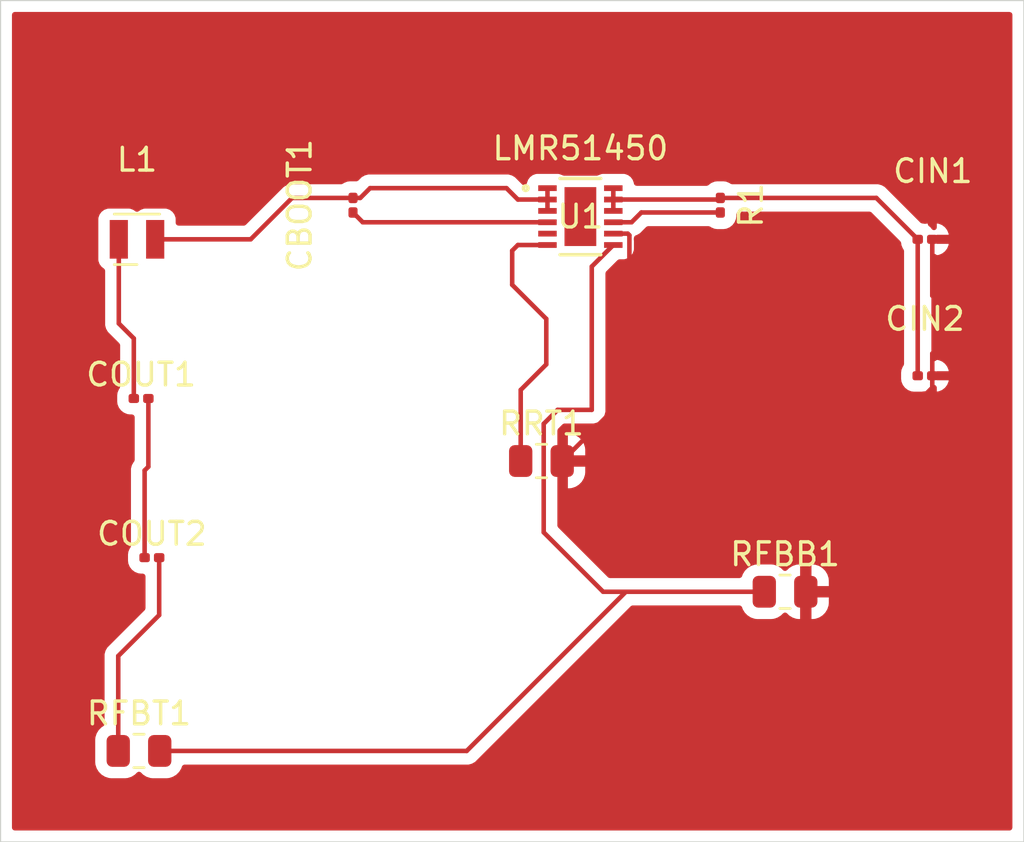
<source format=kicad_pcb>
(kicad_pcb (version 20241229) (generator "pcbnew") (generator_version "9.0")
  (layers (0 "F.Cu" signal) (2 "B.Cu" signal) (13 "F.Paste" user) (15 "B.Paste" user) (5 "F.SilkS" user "F.Silkscreen") (7 "B.SilkS" user "B.Silkscreen") (1 "F.Mask" user) (3 "B.Mask" user) (25 "Edge.Cuts" user))
  (net 0 "")
  (net 1 "/SW")
  (net 2 "Net-(U1-BOOT)")
  (net 3 "+12V")
  (net 4 "GND")
  (net 5 "/VOUT")
  (net 6 "Net-(COUT1-Pad2)")
  (net 7 "Net-(COUT2-Pad2)")
  (net 8 "/EN")
  (net 9 "/FB")
  (net 10 "/RT")
  (footprint "Capacitor_SMD:C_0201_0603Metric" (layer "F.Cu") (at 140.155 105 180)
    (property "Reference" "CIN2" (at 0 2.5 0) (layer "F.SilkS"))
    (property "Value" "0.1u")
    (pad "1" smd roundrect (at -0.32 0 180) (size 0.46 0.4) (layers "F.Cu" "F.Mask") (net 4 "GND"))
    (pad "2" smd roundrect (at 0.32 0 180) (size 0.46 0.4) (layers "F.Cu" "F.Mask") (net 3 "+12V"))
  )
  (footprint "Resistor_SMD:R_0805_2012Metric" (layer "F.Cu") (at 105.5875 121.5)
    (property "Reference" "RFBT1" (at 0 -1.65 0) (layer "F.SilkS"))
    (property "Value" "82k")
    (fp_line (start -0.227064 -0.735) (end 0.227064 -0.735) (stroke (width 0.12)) (layer "F.SilkS"))
    (fp_line (start -0.227064 0.735) (end 0.227064 0.735) (stroke (width 0.12)) (layer "F.SilkS"))
    (pad "1" smd roundrect (at -0.9125 0) (size 1.025 1.4) (layers "F.Cu" "F.Mask" "F.Paste") (roundrect_rratio 0.243902) (net 7 "Net-(COUT2-Pad2)"))
    (pad "2" smd roundrect (at 0.9125 0) (size 1.025 1.4) (layers "F.Cu" "F.Mask" "F.Paste") (roundrect_rratio 0.243902) (net 9 "/FB"))
  )
  (footprint "Capacitor_SMD:C_0201_0603Metric" (layer "F.Cu") (at 105.68 106)
    (property "Reference" "COUT1" (at 0 -1.05 0) (layer "F.SilkS"))
    (property "Value" "220u")
    (pad "1" smd roundrect (at -0.32 0) (size 0.46 0.4) (layers "F.Cu" "F.Mask") (net 5 "/VOUT"))
    (pad "2" smd roundrect (at 0.32 0) (size 0.46 0.4) (layers "F.Cu" "F.Mask") (net 6 "Net-(COUT1-Pad2)"))
  )
  (footprint "Inductor_SMD_Wurth:L_Wurth_WE-LQSH-2010" (layer "F.Cu") (at 105.5 99 180)
    (property "Reference" "L1" (at 0 3.5 0) (layer "F.SilkS"))
    (property "Value" "4.7")
    (fp_line (start 0 -1.11) (end 1 -1.11) (stroke (width 0.12)) (layer "F.SilkS"))
    (fp_line (start -1 1.11) (end 1 1.11) (stroke (width 0.12)) (layer "F.SilkS"))
    (pad "1" smd rect (at -0.8 0 180) (size 0.8 1.7) (layers "F.Cu" "F.Mask" "F.Paste") (net 1 "/SW"))
    (pad "2" smd rect (at 0.8 0 180) (size 0.8 1.7) (layers "F.Cu" "F.Mask" "F.Paste") (net 5 "/VOUT"))
  )
  (footprint "Resistor_SMD:R_0805_2012Metric" (layer "F.Cu") (at 134 114.5)
    (property "Reference" "RFBB1" (at 0 -1.65 0) (layer "F.SilkS"))
    (property "Value" "10k")
    (fp_line (start -0.227064 -0.735) (end 0.227064 -0.735) (stroke (width 0.12)) (layer "F.SilkS"))
    (fp_line (start -0.227064 0.735) (end 0.227064 0.735) (stroke (width 0.12)) (layer "F.SilkS"))
    (pad "1" smd roundrect (at -0.9125 0) (size 1.025 1.4) (layers "F.Cu" "F.Mask" "F.Paste") (roundrect_rratio 0.243902) (net 9 "/FB"))
    (pad "2" smd roundrect (at 0.9125 0) (size 1.025 1.4) (layers "F.Cu" "F.Mask" "F.Paste") (roundrect_rratio 0.243902) (net 4 "GND"))
  )
  (footprint "Capacitor_SMD:C_0201_0603Metric" (layer "F.Cu") (at 115 97.5 -90)
    (property "Reference" "CBOOT1" (at 0 2.345 90) (layer "F.SilkS"))
    (property "Value" "0.1u")
    (pad "1" smd roundrect (at -0.32 0 270) (size 0.46 0.4) (layers "F.Cu" "F.Mask") (net 1 "/SW"))
    (pad "2" smd roundrect (at 0.32 0 270) (size 0.46 0.4) (layers "F.Cu" "F.Mask") (net 2 "Net-(U1-BOOT)"))
  )
  (footprint "Resistor_SMD:R_0805_2012Metric" (layer "F.Cu") (at 123.2875 108.75)
    (property "Reference" "RRT1" (at 0 -1.65 0) (layer "F.SilkS"))
    (property "Value" "39.2k")
    (fp_line (start -0.227064 -0.735) (end 0.227064 -0.735) (stroke (width 0.12)) (layer "F.SilkS"))
    (fp_line (start -0.227064 0.735) (end 0.227064 0.735) (stroke (width 0.12)) (layer "F.SilkS"))
    (pad "1" smd roundrect (at -0.9125 0) (size 1.025 1.4) (layers "F.Cu" "F.Mask" "F.Paste") (roundrect_rratio 0.243902) (net 10 "/RT"))
    (pad "2" smd roundrect (at 0.9125 0) (size 1.025 1.4) (layers "F.Cu" "F.Mask" "F.Paste") (roundrect_rratio 0.243902) (net 4 "GND"))
  )
  (footprint "Resistor_SMD:R_0201_0603Metric" (layer "F.Cu") (at 131.155 97.5 -90)
    (property "Reference" "R1" (at 0 -1.345 90) (layer "F.SilkS"))
    (property "Value" "100k")
    (pad "1" smd roundrect (at -0.32 0 270) (size 0.46 0.4) (layers "F.Cu" "F.Mask") (net 3 "+12V"))
    (pad "2" smd roundrect (at 0.32 0 270) (size 0.46 0.4) (layers "F.Cu" "F.Mask") (net 8 "/EN"))
  )
  (footprint "LMR51450_Footprints:LMR51450SDRRR" (layer "F.Cu") (at 125 98)
    (property "Reference" "U1" (at 0 0 0) (layer "F.SilkS"))
    (property "Value" "LMR51450" (at 0 -3 0) (layer "F.SilkS"))
    (fp_line (start -0.895578 1.6764) (end 0.895578 1.6764) (stroke (width 0.1524)) (layer "F.SilkS"))
    (fp_line (start 0.895578 -1.6764) (end -0.895578 -1.6764) (stroke (width 0.1524)) (layer "F.SilkS"))
    (fp_circle (center -2.405126 -1.250315) (end -2.303526 -1.250315) (stroke (width 0.1524)) (fill no) (layer "F.SilkS"))
    (pad "1" smd rect (at -1.4478 -1.250315) (size 0.8128 0.254) (layers "F.Cu" "F.Mask" "F.Paste") (net 1 "/SW"))
    (pad "2" smd rect (at -1.4478 -0.750189) (size 0.8128 0.254) (layers "F.Cu" "F.Mask" "F.Paste") (net 1 "/SW"))
    (pad "3" smd rect (at -1.4478 -0.250063) (size 0.8128 0.254) (layers "F.Cu" "F.Mask" "F.Paste") (net 1 "/SW"))
    (pad "4" smd rect (at -1.4478 0.250063) (size 0.8128 0.254) (layers "F.Cu" "F.Mask" "F.Paste") (net 2 "Net-(U1-BOOT)"))
    (pad "5" smd rect (at -1.4478 0.750189) (size 0.8128 0.254) (layers "F.Cu" "F.Mask" "F.Paste"))
    (pad "6" smd rect (at -1.4478 1.250315) (size 0.8128 0.254) (layers "F.Cu" "F.Mask" "F.Paste") (net 10 "/RT"))
    (pad "7" smd rect (at 1.4478 1.250315) (size 0.8128 0.254) (layers "F.Cu" "F.Mask" "F.Paste") (net 9 "/FB"))
    (pad "8" smd rect (at 1.4478 0.750189) (size 0.8128 0.254) (layers "F.Cu" "F.Mask" "F.Paste") (net 4 "GND"))
    (pad "9" smd rect (at 1.4478 0.250063) (size 0.8128 0.254) (layers "F.Cu" "F.Mask" "F.Paste") (net 8 "/EN"))
    (pad "10" smd rect (at 1.4478 -0.250063) (size 0.8128 0.254) (layers "F.Cu" "F.Mask" "F.Paste") (net 3 "+12V"))
    (pad "11" smd rect (at 1.4478 -0.750189) (size 0.8128 0.254) (layers "F.Cu" "F.Mask" "F.Paste") (net 3 "+12V"))
    (pad "12" smd rect (at 1.4478 -1.250315) (size 0.8128 0.254) (layers "F.Cu" "F.Mask" "F.Paste") (net 3 "+12V"))
    (pad "13" smd rect (at 0 0) (size 1.397 2.5908) (layers "F.Cu" "F.Mask" "F.Paste"))
  )
  (footprint "Capacitor_SMD:C_0201_0603Metric" (layer "F.Cu") (at 106.155 113)
    (property "Reference" "COUT2" (at 0 -1.05 0) (layer "F.SilkS"))
    (property "Value" "22u")
    (pad "1" smd roundrect (at -0.32 0) (size 0.46 0.4) (layers "F.Cu" "F.Mask") (net 6 "Net-(COUT1-Pad2)"))
    (pad "2" smd roundrect (at 0.32 0) (size 0.46 0.4) (layers "F.Cu" "F.Mask") (net 7 "Net-(COUT2-Pad2)"))
  )
  (footprint "Capacitor_SMD:C_0201_0603Metric" (layer "F.Cu") (at 140.155 99)
    (property "Reference" "CIN1" (at 0.345 -3 180) (layer "F.SilkS"))
    (property "Value" "4.7u")
    (pad "1" smd roundrect (at -0.32 0) (size 0.46 0.4) (layers "F.Cu" "F.Mask") (net 3 "+12V"))
    (pad "2" smd roundrect (at 0.32 0) (size 0.46 0.4) (layers "F.Cu" "F.Mask") (net 4 "GND"))
  )
  (gr_rect (start 99.5 88.5) (end 144.5 125.5) (stroke (width 0.05)) (fill no) (layer "Edge.Cuts"))
  (segment (start 121.749685 96.749685) (end 122.249811 97.249811) (width 0.2) (layer "F.Cu") (net 1))
  (segment (start 115.750315 96.749685) (end 121.749685 96.749685) (width 0.2) (layer "F.Cu") (net 1))
  (segment (start 110.5 99) (end 112.32 97.18) (width 0.2) (layer "F.Cu") (net 1))
  (segment (start 115 97.18) (end 115.32 97.18) (width 0.2) (layer "F.Cu") (net 1))
  (segment (start 112.32 97.18) (end 115 97.18) (width 0.2) (layer "F.Cu") (net 1))
  (segment (start 123.5522 96.749685) (end 123.5522 97.249811) (width 0.2) (layer "F.Cu") (net 1))
  (segment (start 106.3 99) (end 110.5 99) (width 0.2) (layer "F.Cu") (net 1))
  (segment (start 115.32 97.18) (end 115.750315 96.749685) (width 0.2) (layer "F.Cu") (net 1))
  (segment (start 123.5522 97.249811) (end 122.249811 97.249811) (width 0.2) (layer "F.Cu") (net 1))
  (segment (start 123.5522 97.249811) (end 123.5522 97.749937) (width 0.2) (layer "F.Cu") (net 1))
  (segment (start 115 97.82) (end 115.430063 98.250063) (width 0.2) (layer "F.Cu") (net 2))
  (segment (start 115.430063 98.250063) (end 123.5522 98.250063) (width 0.2) (layer "F.Cu") (net 2))
  (segment (start 138.015 97.18) (end 139.835 99) (width 0.2) (layer "F.Cu") (net 3))
  (segment (start 126.4478 97.249811) (end 131.085189 97.249811) (width 0.2) (layer "F.Cu") (net 3))
  (segment (start 126.4478 96.749685) (end 126.4478 97.749937) (width 0.2) (layer "F.Cu") (net 3))
  (segment (start 139.835 99) (end 139.835 105) (width 0.2) (layer "F.Cu") (net 3))
  (segment (start 131.085189 97.249811) (end 131.155 97.18) (width 0.2) (layer "F.Cu") (net 3))
  (segment (start 131.155 97.18) (end 138.015 97.18) (width 0.2) (layer "F.Cu") (net 3))
  (segment (start 132.25 108.75) (end 124.2 108.75) (width 0.2) (layer "F.Cu") (net 4))
  (segment (start 140.475 104.025) (end 140.475 105) (width 0.2) (layer "F.Cu") (net 4))
  (segment (start 140.475 99) (end 140.475 101.475) (width 0.2) (layer "F.Cu") (net 4))
  (segment (start 127.1552 98.822315) (end 127.083074 98.750189) (width 0.2) (layer "F.Cu") (net 4))
  (segment (start 134.9125 114.5) (end 134.9125 111.4125) (width 0.2) (layer "F.Cu") (net 4))
  (segment (start 140.475 105) (end 140.475 105.525) (width 0.2) (layer "F.Cu") (net 4))
  (segment (start 124.2 108.75) (end 127.1552 105.7948) (width 0.2) (layer "F.Cu") (net 4))
  (segment (start 140.475 105.525) (end 134.9125 111.0875) (width 0.2) (layer "F.Cu") (net 4))
  (segment (start 141 102) (end 141 103.5) (width 0.2) (layer "F.Cu") (net 4))
  (segment (start 141 103.5) (end 140.475 104.025) (width 0.2) (layer "F.Cu") (net 4))
  (segment (start 140.475 101.475) (end 141 102) (width 0.2) (layer "F.Cu") (net 4))
  (segment (start 127.1552 105.7948) (end 127.1552 98.822315) (width 0.2) (layer "F.Cu") (net 4))
  (segment (start 134.9125 111.4125) (end 132.25 108.75) (width 0.2) (layer "F.Cu") (net 4))
  (segment (start 134.9125 111.0875) (end 134.9125 114.5) (width 0.2) (layer "F.Cu") (net 4))
  (segment (start 127.083074 98.750189) (end 126.4478 98.750189) (width 0.2) (layer "F.Cu") (net 4))
  (segment (start 104.7 99) (end 104.7 102.7) (width 0.2) (layer "F.Cu") (net 5))
  (segment (start 104.7 102.7) (end 105.36 103.36) (width 0.2) (layer "F.Cu") (net 5))
  (segment (start 105.36 103.36) (end 105.36 106) (width 0.2) (layer "F.Cu") (net 5))
  (segment (start 105.835 109.165) (end 106 109) (width 0.2) (layer "F.Cu") (net 6))
  (segment (start 106 109) (end 106 106) (width 0.2) (layer "F.Cu") (net 6))
  (segment (start 105.835 113) (end 105.835 109.165) (width 0.2) (layer "F.Cu") (net 6))
  (segment (start 104.675 117.325) (end 104.675 121.5) (width 0.2) (layer "F.Cu") (net 7))
  (segment (start 106.475 113) (end 106.475 115.525) (width 0.2) (layer "F.Cu") (net 7))
  (segment (start 106.475 115.525) (end 104.675 117.325) (width 0.2) (layer "F.Cu") (net 7))
  (segment (start 127.250063 98.250063) (end 127.680126 97.82) (width 0.2) (layer "F.Cu") (net 8))
  (segment (start 127.680126 97.82) (end 131.155 97.82) (width 0.2) (layer "F.Cu") (net 8))
  (segment (start 126.4478 98.250063) (end 127.250063 98.250063) (width 0.2) (layer "F.Cu") (net 8))
  (segment (start 125.5 106.5) (end 124 106.5) (width 0.2) (layer "F.Cu") (net 9))
  (segment (start 126.4478 99.250315) (end 125.5 100.198115) (width 0.2) (layer "F.Cu") (net 9))
  (segment (start 124 106.5) (end 123.3865 107.1135) (width 0.2) (layer "F.Cu") (net 9))
  (segment (start 123.3865 107.1135) (end 123.3865 111.8865) (width 0.2) (layer "F.Cu") (net 9))
  (segment (start 125.5 100.198115) (end 125.5 106.5) (width 0.2) (layer "F.Cu") (net 9))
  (segment (start 106.5 121.5) (end 120 121.5) (width 0.2) (layer "F.Cu") (net 9))
  (segment (start 126 114.5) (end 127 114.5) (width 0.2) (layer "F.Cu") (net 9))
  (segment (start 127 114.5) (end 133.0875 114.5) (width 0.2) (layer "F.Cu") (net 9))
  (segment (start 120 121.5) (end 127 114.5) (width 0.2) (layer "F.Cu") (net 9))
  (segment (start 123.3865 111.8865) (end 126 114.5) (width 0.2) (layer "F.Cu") (net 9))
  (segment (start 123.5522 99.250315) (end 122.249685 99.250315) (width 0.2) (layer "F.Cu") (net 10))
  (segment (start 122 101) (end 123.5 102.5) (width 0.2) (layer "F.Cu") (net 10))
  (segment (start 123.5 104.5) (end 122.375 105.625) (width 0.2) (layer "F.Cu") (net 10))
  (segment (start 123.5 102.5) (end 123.5 104.5) (width 0.2) (layer "F.Cu") (net 10))
  (segment (start 122 99.5) (end 122 101) (width 0.2) (layer "F.Cu") (net 10))
  (segment (start 122.249685 99.250315) (end 122 99.5) (width 0.2) (layer "F.Cu") (net 10))
  (segment (start 122.375 105.625) (end 122.375 108.75) (width 0.2) (layer "F.Cu") (net 10))
  (zone (net 4) (net_name "GND") (layers "F.Cu" "B.Cu") (connect_pads (clearance 0.5)) (min_thickness 0.25) (fill yes (thermal_gap 0.5) (thermal_bridge_width 0.5))
    (polygon (pts (xy 144.5 125.5) (xy 144.5 88.5) (xy 99.5 88.5) (xy 99.5 125.5)))
  )
)
</source>
